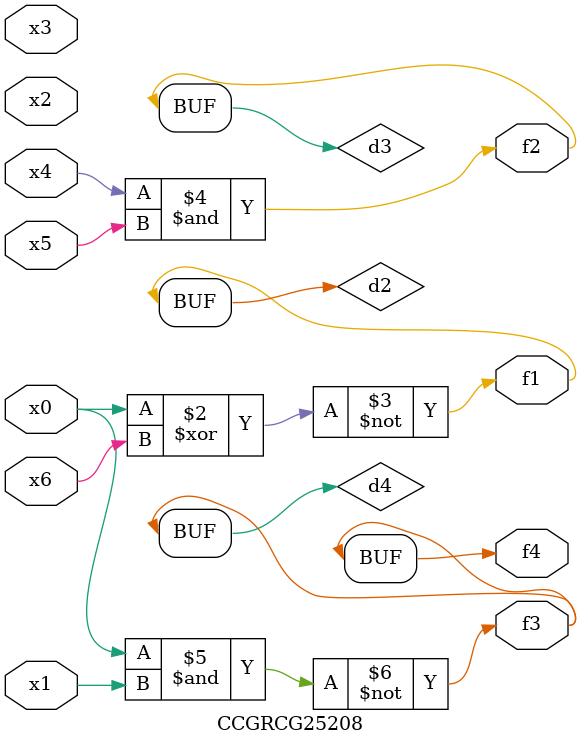
<source format=v>
module CCGRCG25208(
	input x0, x1, x2, x3, x4, x5, x6,
	output f1, f2, f3, f4
);

	wire d1, d2, d3, d4;

	nor (d1, x0);
	xnor (d2, x0, x6);
	and (d3, x4, x5);
	nand (d4, x0, x1);
	assign f1 = d2;
	assign f2 = d3;
	assign f3 = d4;
	assign f4 = d4;
endmodule

</source>
